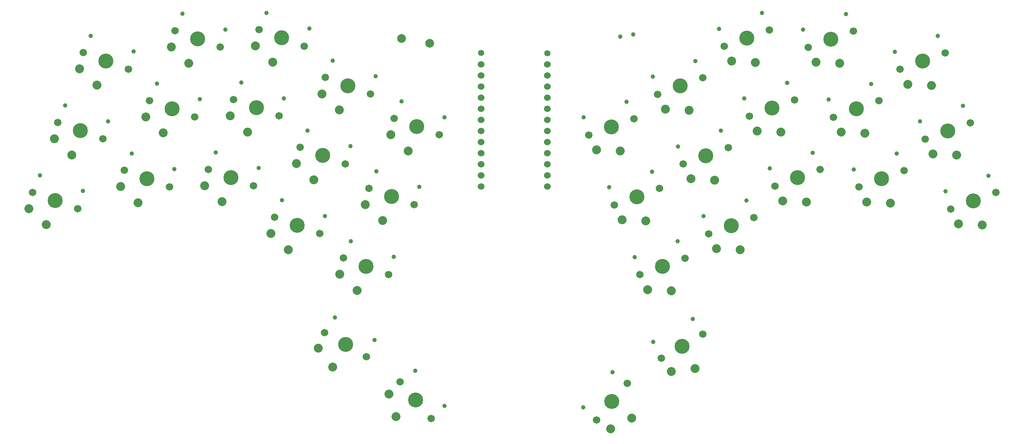
<source format=gbr>
%TF.GenerationSoftware,KiCad,Pcbnew,(6.0.1)*%
%TF.CreationDate,2022-06-05T22:57:28-04:00*%
%TF.ProjectId,sweep-squared,73776565-702d-4737-9175-617265642e6b,rev?*%
%TF.SameCoordinates,Original*%
%TF.FileFunction,Soldermask,Bot*%
%TF.FilePolarity,Negative*%
%FSLAX46Y46*%
G04 Gerber Fmt 4.6, Leading zero omitted, Abs format (unit mm)*
G04 Created by KiCad (PCBNEW (6.0.1)) date 2022-06-05 22:57:28*
%MOMM*%
%LPD*%
G01*
G04 APERTURE LIST*
%ADD10C,2.032000*%
%ADD11C,0.990600*%
%ADD12C,1.701800*%
%ADD13C,3.429000*%
%ADD14C,2.000000*%
%ADD15C,1.000000*%
%ADD16C,1.397000*%
%ADD17C,1.524000*%
G04 APERTURE END LIST*
D10*
%TO.C,MX3*%
X99245752Y-64655270D03*
X103225973Y-68338725D03*
D11*
X101775181Y-57062485D03*
D12*
X100075583Y-60913428D03*
D13*
X105243892Y-62794539D03*
D12*
X110412201Y-64675650D03*
D11*
X111585572Y-60633175D03*
%TD*%
D10*
%TO.C,MX23*%
X214036521Y-84107127D03*
X219453227Y-84370380D03*
D11*
X211093628Y-76664830D03*
D12*
X222603617Y-76945083D03*
D13*
X217435308Y-78826194D03*
D12*
X212266999Y-80707305D03*
D11*
X220904019Y-73094140D03*
%TD*%
D10*
%TO.C,MX18*%
X208222178Y-68132352D03*
X213638884Y-68395605D03*
D12*
X216789274Y-60970308D03*
D13*
X211620965Y-62851419D03*
D11*
X215089676Y-57119365D03*
X205279285Y-60690055D03*
D12*
X206452656Y-64732530D03*
%TD*%
D10*
%TO.C,MX8*%
X93431409Y-80630044D03*
X97411630Y-84313499D03*
D11*
X105771229Y-76607949D03*
D13*
X99429549Y-78769313D03*
D11*
X95960838Y-73037259D03*
D12*
X94261240Y-76888202D03*
X104597858Y-80650424D03*
%TD*%
D10*
%TO.C,MX7*%
X74191205Y-80863592D03*
X78171426Y-84547047D03*
D11*
X76720634Y-73270807D03*
X86531025Y-76841497D03*
D12*
X75021036Y-77121750D03*
X85357654Y-80883972D03*
D13*
X80189345Y-79002861D03*
%TD*%
D10*
%TO.C,MX11*%
X47392356Y-101864345D03*
X51372577Y-105547800D03*
D13*
X53390496Y-100003614D03*
D11*
X59732176Y-97842250D03*
X49921785Y-94271560D03*
D12*
X58558805Y-101884725D03*
X48222187Y-98122503D03*
%TD*%
D10*
%TO.C,MX30*%
X260075574Y-105341429D03*
X265492280Y-105604682D03*
D12*
X268642670Y-98179385D03*
X258306052Y-101941607D03*
D11*
X266943072Y-94328442D03*
X257132681Y-97899132D03*
D13*
X263474361Y-100060496D03*
%TD*%
D10*
%TO.C,MX13*%
X87617067Y-96604819D03*
X91597288Y-100288274D03*
D13*
X93615207Y-94744088D03*
D12*
X98783516Y-96625199D03*
X88446898Y-92862977D03*
D11*
X90146496Y-89012034D03*
X99956887Y-92582724D03*
%TD*%
D10*
%TO.C,MX26*%
X188929100Y-120382014D03*
X194345806Y-120645267D03*
D11*
X195796598Y-109369027D03*
D12*
X187159578Y-116982192D03*
D13*
X192327887Y-115101081D03*
D12*
X197496196Y-113219970D03*
D11*
X185986207Y-112939717D03*
%TD*%
D10*
%TO.C,MX5*%
X130167515Y-84955383D03*
X134147736Y-88638838D03*
D11*
X132696944Y-77362598D03*
D12*
X130997346Y-81213541D03*
X141333964Y-84975763D03*
D11*
X142507335Y-80933288D03*
D13*
X136165655Y-83094652D03*
%TD*%
D10*
%TO.C,MX16*%
X177300415Y-88432465D03*
X182717121Y-88695718D03*
D13*
X180699202Y-83151532D03*
D12*
X185867511Y-81270421D03*
D11*
X184167913Y-77419478D03*
X174357522Y-80990168D03*
D12*
X175530893Y-85032643D03*
%TD*%
D10*
%TO.C,MX4*%
X114415916Y-75604065D03*
X118396137Y-79287520D03*
D13*
X120414056Y-73743334D03*
D11*
X126755736Y-71581970D03*
D12*
X115245747Y-71862223D03*
X125582365Y-75624445D03*
D11*
X116945345Y-68011280D03*
%TD*%
D10*
%TO.C,MX21*%
X183114757Y-104407239D03*
X188531463Y-104670492D03*
D11*
X189982255Y-93394252D03*
D12*
X191681853Y-97245195D03*
D13*
X186513544Y-99126306D03*
D11*
X180171864Y-96964942D03*
D12*
X181345235Y-101007417D03*
%TD*%
D14*
%TO.C,RSW1*%
X132689375Y-62935643D03*
X139090625Y-64064357D03*
%TD*%
D10*
%TO.C,MX10*%
X124353173Y-100930156D03*
X128333394Y-104613611D03*
D12*
X125183004Y-97188314D03*
X135519622Y-100950536D03*
D13*
X130351313Y-99069425D03*
D11*
X126882602Y-93337371D03*
X136692993Y-96908061D03*
%TD*%
D15*
%TO.C,SW_POWER1*%
X182672788Y-62490472D03*
X185627212Y-61969528D03*
%TD*%
D10*
%TO.C,MX24*%
X233276725Y-84340674D03*
X238693431Y-84603927D03*
D13*
X236675512Y-79059741D03*
D12*
X241843821Y-77178630D03*
D11*
X230333832Y-76898377D03*
D12*
X231507203Y-80940852D03*
D11*
X240144223Y-73327687D03*
%TD*%
D10*
%TO.C,MX1*%
X59021041Y-69914797D03*
X63001262Y-73598252D03*
D12*
X70187490Y-69935177D03*
D13*
X65019181Y-68054066D03*
D11*
X71360861Y-65892702D03*
X61550470Y-62322012D03*
D12*
X59850872Y-66172955D03*
%TD*%
D10*
%TO.C,MX31*%
X113604140Y-133768296D03*
X116884267Y-138086949D03*
D11*
X117413614Y-126730092D03*
D13*
X119834267Y-132977399D03*
D12*
X124597407Y-135727399D03*
X115071127Y-130227399D03*
D11*
X126454920Y-131950092D03*
%TD*%
D10*
%TO.C,MX28*%
X219850863Y-100081901D03*
X225267569Y-100345154D03*
D11*
X226718361Y-89068914D03*
D13*
X223249650Y-94800968D03*
D12*
X228417959Y-92919857D03*
D11*
X216907970Y-92639604D03*
D12*
X218081341Y-96682079D03*
%TD*%
D10*
%TO.C,MX33*%
X180470517Y-152290569D03*
X185293148Y-149810201D03*
D13*
X180773486Y-146017754D03*
D11*
X180911451Y-139319294D03*
D12*
X177238154Y-150230998D03*
D11*
X174200748Y-147316798D03*
D12*
X184308818Y-141804510D03*
%TD*%
D16*
%TO.C,Bat+1*%
X166056400Y-66300000D03*
%TD*%
D10*
%TO.C,MX2*%
X80005548Y-64888817D03*
X83985769Y-68572272D03*
D13*
X86003688Y-63028086D03*
D12*
X80835379Y-61146975D03*
D11*
X82534977Y-57296032D03*
D12*
X91171997Y-64909197D03*
D11*
X92345368Y-60866722D03*
%TD*%
D10*
%TO.C,MX17*%
X193052014Y-79081147D03*
X198468720Y-79344400D03*
D12*
X191282492Y-75681325D03*
D13*
X196450801Y-73800214D03*
D11*
X199919512Y-68068160D03*
X190109121Y-71638850D03*
D12*
X201619110Y-71919103D03*
%TD*%
D16*
%TO.C,BatGND1*%
X150848939Y-66214876D03*
%TD*%
D10*
%TO.C,MX27*%
X204680699Y-111030697D03*
X210097405Y-111293950D03*
D13*
X208079486Y-105749764D03*
D12*
X202911177Y-107630875D03*
D11*
X211548197Y-100017710D03*
D12*
X213247795Y-103868653D03*
D11*
X201737806Y-103588400D03*
%TD*%
D10*
%TO.C,MX14*%
X102787231Y-107553614D03*
X106767452Y-111237069D03*
D12*
X103617062Y-103811772D03*
D13*
X108785371Y-105692883D03*
D11*
X105316660Y-99960829D03*
D12*
X113953680Y-107573994D03*
D11*
X115127051Y-103531519D03*
%TD*%
D10*
%TO.C,MX15*%
X118538830Y-116904931D03*
X122519051Y-120588386D03*
D12*
X129705279Y-116925311D03*
D11*
X130878650Y-112882836D03*
D13*
X124536970Y-115044200D03*
D11*
X121068259Y-109312146D03*
D12*
X119368661Y-113163089D03*
%TD*%
D10*
%TO.C,MX20*%
X248446889Y-73391879D03*
X253863595Y-73655132D03*
D11*
X245503996Y-65949582D03*
D13*
X251845676Y-68110946D03*
D11*
X255314387Y-62378892D03*
D12*
X257013985Y-66229835D03*
X246677367Y-69992057D03*
%TD*%
D10*
%TO.C,MX22*%
X198866356Y-95055922D03*
X204283062Y-95319175D03*
D11*
X195923463Y-87613625D03*
D12*
X197096834Y-91656100D03*
D13*
X202265143Y-89774989D03*
D11*
X205733854Y-84042935D03*
D12*
X207433452Y-87893878D03*
%TD*%
D10*
%TO.C,MX34*%
X194419873Y-139140897D03*
X199800000Y-138459550D03*
D11*
X199270653Y-127102693D03*
D13*
X196850000Y-133350000D03*
D12*
X192086860Y-136100000D03*
X201613140Y-130600000D03*
D11*
X190229347Y-132322693D03*
%TD*%
D10*
%TO.C,MX6*%
X53206698Y-85889572D03*
X57186919Y-89573027D03*
D12*
X54036529Y-82147730D03*
D11*
X55736127Y-78296787D03*
X65546518Y-81867477D03*
D12*
X64373147Y-85909952D03*
D13*
X59204838Y-84028841D03*
%TD*%
D10*
%TO.C,MX25*%
X254261232Y-89366654D03*
X259677938Y-89629907D03*
D11*
X261128730Y-78353667D03*
X251318339Y-81924357D03*
D12*
X262828328Y-82204610D03*
X252491710Y-85966832D03*
D13*
X257660019Y-84085721D03*
%TD*%
D10*
%TO.C,MX9*%
X108601574Y-91578840D03*
X112581795Y-95262295D03*
D11*
X111131003Y-83986055D03*
X120941394Y-87556745D03*
D12*
X119768023Y-91599220D03*
D13*
X114599714Y-89718109D03*
D12*
X109431405Y-87836998D03*
%TD*%
D10*
%TO.C,MX12*%
X68376863Y-96838366D03*
X72357084Y-100521821D03*
D13*
X74375003Y-94977635D03*
D12*
X69206694Y-93096524D03*
D11*
X70906292Y-89245581D03*
X80716683Y-92816271D03*
D12*
X79543312Y-96858746D03*
%TD*%
D10*
%TO.C,MX32*%
X129765093Y-144299855D03*
X131370338Y-149479931D03*
D12*
X132354668Y-141474240D03*
D11*
X135752035Y-138989024D03*
D13*
X135890000Y-145687484D03*
D11*
X142462738Y-146986528D03*
D12*
X139425332Y-149900728D03*
%TD*%
D10*
%TO.C,MX29*%
X239091067Y-100315448D03*
X244507773Y-100578701D03*
D13*
X242489854Y-95034515D03*
D11*
X236148174Y-92873151D03*
D12*
X237321545Y-96915626D03*
X247658163Y-93153404D03*
D11*
X245958565Y-89302461D03*
%TD*%
D10*
%TO.C,MX19*%
X227462382Y-68365900D03*
X232879088Y-68629153D03*
D12*
X225692860Y-64966078D03*
D11*
X224519489Y-60923603D03*
D12*
X236029478Y-61203856D03*
D11*
X234329880Y-57352913D03*
D13*
X230861169Y-63084967D03*
%TD*%
D17*
%TO.C,U1*%
X150836400Y-68822000D03*
X150836400Y-71362000D03*
X150836400Y-73902000D03*
X150836400Y-76442000D03*
X150836400Y-78982000D03*
X150836400Y-81522000D03*
X150836400Y-84062000D03*
X150836400Y-86602000D03*
X150836400Y-89142000D03*
X150836400Y-91682000D03*
X150836400Y-94222000D03*
X150836400Y-96762000D03*
X166056400Y-96762000D03*
X166056400Y-94222000D03*
X166056400Y-91682000D03*
X166056400Y-89142000D03*
X166056400Y-86602000D03*
X166056400Y-84062000D03*
X166056400Y-81522000D03*
X166056400Y-78982000D03*
X166056400Y-76442000D03*
X166056400Y-73902000D03*
X166056400Y-71362000D03*
X166056400Y-68822000D03*
%TD*%
M02*

</source>
